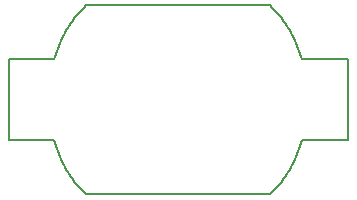
<source format=gbo>
G75*
%MOIN*%
%OFA0B0*%
%FSLAX25Y25*%
%IPPOS*%
%LPD*%
%AMOC8*
5,1,8,0,0,1.08239X$1,22.5*
%
%ADD10C,0.00500*%
D10*
X0028750Y0008750D02*
X0090250Y0008750D01*
X0100750Y0026750D02*
X0116250Y0026750D01*
X0116250Y0053750D01*
X0100750Y0053750D01*
X0090250Y0071750D02*
X0028750Y0071750D01*
X0018250Y0053750D02*
X0003250Y0053750D01*
X0003250Y0026750D01*
X0018250Y0026750D01*
X0018513Y0025829D01*
X0018798Y0024914D01*
X0019104Y0024006D01*
X0019433Y0023106D01*
X0019782Y0022214D01*
X0020153Y0021330D01*
X0020544Y0020456D01*
X0020956Y0019591D01*
X0021389Y0018736D01*
X0021842Y0017892D01*
X0022315Y0017059D01*
X0022807Y0016237D01*
X0023319Y0015427D01*
X0023851Y0014630D01*
X0024400Y0013845D01*
X0024969Y0013074D01*
X0025556Y0012316D01*
X0026160Y0011573D01*
X0026782Y0010844D01*
X0027421Y0010131D01*
X0028077Y0009432D01*
X0028750Y0008750D01*
X0090250Y0008750D02*
X0090923Y0009432D01*
X0091579Y0010131D01*
X0092218Y0010844D01*
X0092840Y0011573D01*
X0093444Y0012316D01*
X0094031Y0013074D01*
X0094600Y0013845D01*
X0095149Y0014630D01*
X0095681Y0015427D01*
X0096193Y0016237D01*
X0096685Y0017059D01*
X0097158Y0017892D01*
X0097611Y0018736D01*
X0098044Y0019591D01*
X0098456Y0020456D01*
X0098847Y0021330D01*
X0099218Y0022214D01*
X0099567Y0023106D01*
X0099896Y0024006D01*
X0100202Y0024914D01*
X0100487Y0025829D01*
X0100750Y0026750D01*
X0100750Y0053750D02*
X0100487Y0054671D01*
X0100202Y0055586D01*
X0099896Y0056494D01*
X0099567Y0057394D01*
X0099218Y0058286D01*
X0098847Y0059170D01*
X0098456Y0060044D01*
X0098044Y0060909D01*
X0097611Y0061764D01*
X0097158Y0062608D01*
X0096685Y0063441D01*
X0096193Y0064263D01*
X0095681Y0065073D01*
X0095149Y0065870D01*
X0094600Y0066655D01*
X0094031Y0067426D01*
X0093444Y0068184D01*
X0092840Y0068927D01*
X0092218Y0069656D01*
X0091579Y0070369D01*
X0090923Y0071068D01*
X0090250Y0071750D01*
X0028750Y0071750D02*
X0028077Y0071068D01*
X0027421Y0070369D01*
X0026782Y0069656D01*
X0026160Y0068927D01*
X0025556Y0068184D01*
X0024969Y0067426D01*
X0024400Y0066655D01*
X0023851Y0065870D01*
X0023319Y0065073D01*
X0022807Y0064263D01*
X0022315Y0063441D01*
X0021842Y0062608D01*
X0021389Y0061764D01*
X0020956Y0060909D01*
X0020544Y0060044D01*
X0020153Y0059170D01*
X0019782Y0058286D01*
X0019433Y0057394D01*
X0019104Y0056494D01*
X0018798Y0055586D01*
X0018513Y0054671D01*
X0018250Y0053750D01*
M02*

</source>
